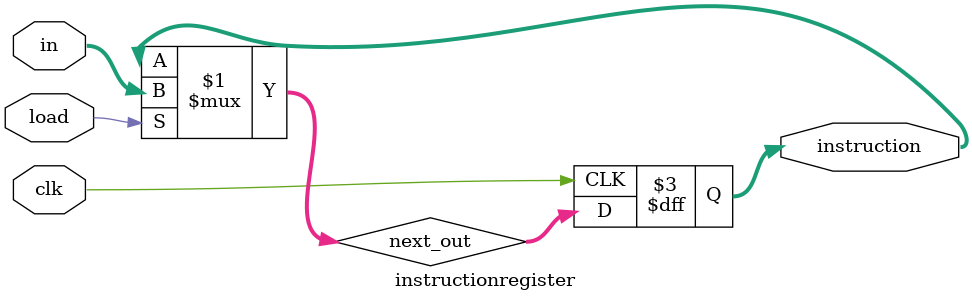
<source format=sv>
module instructionregister(in, load, instruction, clk);

parameter n = 16;  // width
  input clk, load ;
  input  [n-1:0] in ;
  output [n-1:0] instruction ;
  reg    [n-1:0] instruction ;
  wire   [n-1:0] next_out ;

  assign next_out = load ? in : instruction;

  always @(posedge clk)
    instruction = next_out;  
endmodule


</source>
